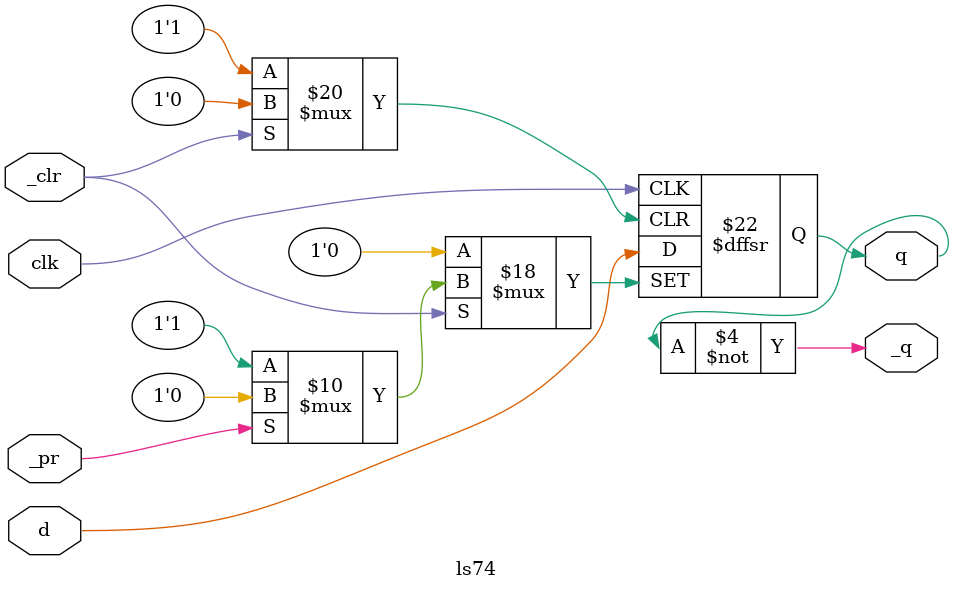
<source format=v>
/*
  MIT License

  Copyright (c) 2019 Richard Eng

  Permission is hereby granted, free of charge, to any person obtaining a copy
  of this software and associated documentation files (the "Software"), to deal
  in the Software without restriction, including without limitation the rights
  to use, copy, modify, merge, publish, distribute, sublicense, and/or sell
  copies of the Software, and to permit persons to whom the Software is
  furnished to do so, subject to the following conditions:

  The above copyright notice and this permission notice shall be included in all
  copies or substantial portions of the Software.

  THE SOFTWARE IS PROVIDED "AS IS", WITHOUT WARRANTY OF ANY KIND, EXPRESS OR
  IMPLIED, INCLUDING BUT NOT LIMITED TO THE WARRANTIES OF MERCHANTABILITY,
  FITNESS FOR A PARTICULAR PURPOSE AND NONINFRINGEMENT. IN NO EVENT SHALL THE
  AUTHORS OR COPYRIGHT HOLDERS BE LIABLE FOR ANY CLAIM, DAMAGES OR OTHER
  LIABILITY, WHETHER IN AN ACTION OF CONTRACT, TORT OR OTHERWISE, ARISING FROM,
  OUT OF OR IN CONNECTION WITH THE SOFTWARE OR THE USE OR OTHER DEALINGS IN THE
  SOFTWARE.
*/

/*
  74LS74
  ------
  Dual Positive-Edge-Triggered D Flip-Flops with
  Preset, Clear and Complementary Outputs

  Pinout
  ------
          _______
         |       |
  _clr1 -| 1  14 |- VCC
     d1 -| 2  13 |- _clr2
   clk1 -| 3  12 |- d2
   _pr1 -| 4  11 |- clk2
     q1 -| 5  10 |- _pr2
    _q1 -| 6   9 |- q2
    GND -| 7   8 |- _q2
         |_______|
*/
`default_nettype none

module ls74
(
    input wire  clk, d, _clr, _pr,
    output reg  q,
    output wire _q
);

initial begin
  q = 1'b0;
end

always @(posedge clk or negedge _clr or negedge _pr) begin
    if (_clr == 1'b0) begin
      q <= 1'b0;
    end else if (_pr == 1'b0) begin
      q <= 1'b1;
    end else begin
      q <= d;
    end
end

assign _q = ~q;

endmodule
`default_nettype wire

</source>
